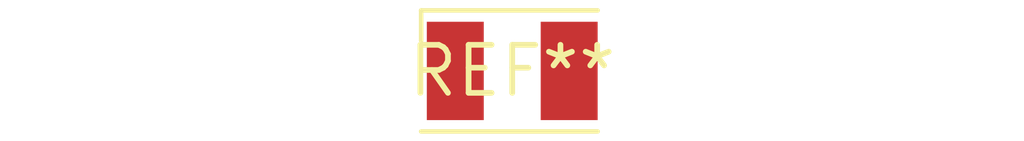
<source format=kicad_pcb>
(kicad_pcb (version 20240108) (generator pcbnew)
  (layers (0 "F.Cu" signal) (31 "B.Cu" signal) (34 "B.Paste" user) (35 "F.Paste" user) (36 "B.SilkS" user "B.Silkscreen") (37 "F.SilkS" user "F.Silkscreen") (38 "B.Mask" user) (39 "F.Mask" user) (44 "Edge.Cuts" user))
  (net 0 "")
  (footprint "LED_PLCC-2_3.4x3.0mm_KA" (layer "F.Cu") (at 0 0)
    (property "Reference" "REF**")
    (property "Value" "LED_PLCC-2_3.4x3.0mm_KA")
    (fp_line (start -2.4 -1.6) (end -2.4 -0.8) (layer "F.SilkS") (stroke (width 0.12)))
    (fp_line (start 2.25 -1.6) (end -2.4 -1.6) (layer "F.SilkS") (stroke (width 0.12)))
    (fp_line (start 2.25 1.6) (end -2.4 1.6) (layer "F.SilkS") (stroke (width 0.12)))
    (pad "1" smd rect (at -1.5 0) (size 1.5 2.6) (layers "F.Cu" "F.Paste" "F.Mask"))
    (pad "2" smd rect (at 1.5 0) (size 1.5 2.6) (layers "F.Cu" "F.Paste" "F.Mask"))
  )
)
</source>
